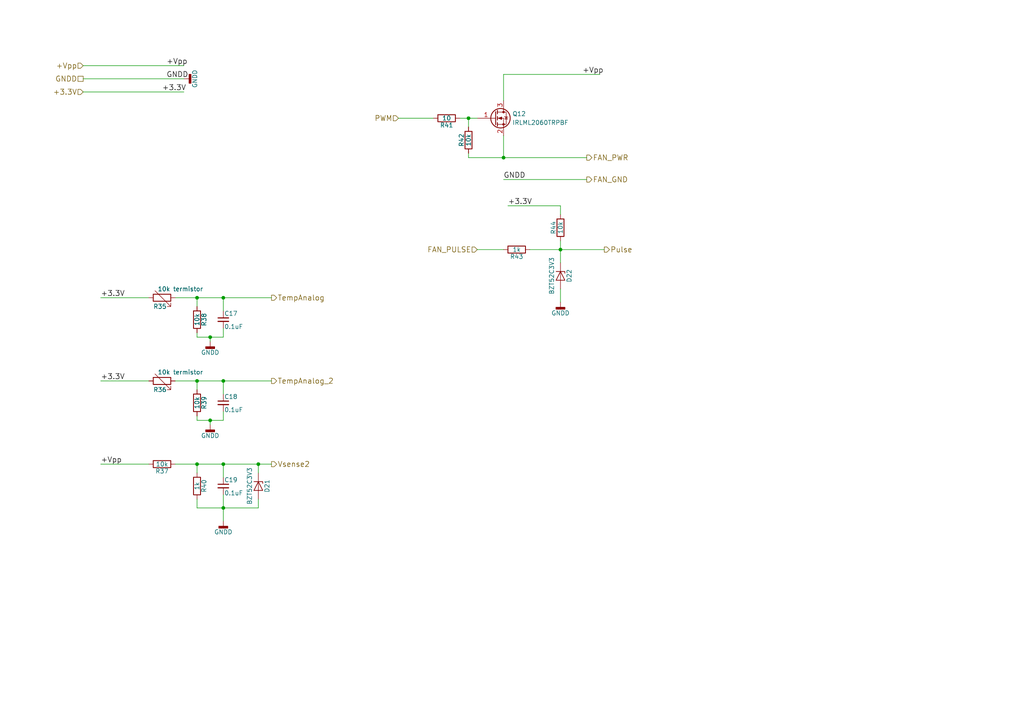
<source format=kicad_sch>
(kicad_sch (version 20211123) (generator eeschema)
  (paper "A4")
  (lib_symbols
    (symbol "4hbd-base-rescue:C_Small" (pin_numbers hide) (pin_names (offset 0.254) hide)
      (property "Reference" "C" (at 0.254 1.778 0))
      (property "Value" "C_Small" (at 0.254 -2.032 0))
      (symbol "C_Small_0_1"
        (polyline (pts (xy -1.524 -0.508) (xy 1.524 -0.508)) (stroke (width 0.3302)))
        (polyline (pts (xy -1.524 0.508) (xy 1.524 0.508)) (stroke (width 0.3048)))
      )
      (symbol "C_Small_1_1"
        (pin passive line (at 0 2.54 270) (length 2.032) (name "~") (number "1"))
        (pin passive line (at 0 -2.54 90) (length 2.032) (name "~") (number "2"))
      )
    )
    (symbol "4hbd-base-rescue:D_Zener" (pin_numbers hide) (pin_names (offset 1.016) hide)
      (property "Reference" "D" (at 0 2.54 0))
      (property "Value" "D_Zener" (at 0 -2.54 0))
      (symbol "D_Zener_0_1"
        (polyline (pts (xy 1.27 0) (xy -1.27 0)))
        (polyline (pts (xy -1.27 -1.27) (xy -1.27 1.27) (xy -0.762 1.27)) (stroke (width 0.2032)))
        (polyline (pts (xy 1.27 -1.27) (xy 1.27 1.27) (xy -1.27 0) (xy 1.27 -1.27)) (stroke (width 0.2032)))
      )
      (symbol "D_Zener_1_1"
        (pin passive line (at -3.81 0 0) (length 2.54) (name "K") (number "1"))
        (pin passive line (at 3.81 0 180) (length 2.54) (name "A") (number "2"))
      )
    )
    (symbol "4hbd-base-rescue:GNDD" (power) (pin_names (offset 0))
      (property "Value" "GNDD" (at 0 -3.175 0))
      (symbol "GNDD_0_1"
        (rectangle (start -1.27 -1.524) (end 1.27 -2.032) (stroke (width 0.254)) (fill (type outline)))
        (polyline (pts (xy 0 0) (xy 0 -1.524)))
      )
      (symbol "GNDD_1_1"
        (pin power_in line (at 0 0 270) (length 0) hide (name "GNDD") (number "1"))
      )
    )
    (symbol "4hbd-base-rescue:Q_NMOS_GSD" (pin_names (offset 0) hide)
      (property "Reference" "Q" (at 5.08 1.27 0))
      (property "Value" "Q_NMOS_GSD" (at 5.08 -1.27 0))
      (symbol "Q_NMOS_GSD_0_1"
        (polyline (pts (xy 0.0508 0) (xy 0.254 0)))
        (polyline (pts (xy 0.762 -1.778) (xy 2.54 -1.778)))
        (polyline (pts (xy 0.762 -1.27) (xy 0.762 -2.286)) (stroke (width 0.254)))
        (polyline (pts (xy 0.762 0) (xy 2.54 0)))
        (polyline (pts (xy 0.762 0.508) (xy 0.762 -0.508)) (stroke (width 0.254)))
        (polyline (pts (xy 0.762 1.778) (xy 2.54 1.778)))
        (polyline (pts (xy 0.762 2.286) (xy 0.762 1.27)) (stroke (width 0.254)))
        (polyline (pts (xy 2.54 -1.778) (xy 2.54 -2.54)))
        (polyline (pts (xy 2.54 -1.778) (xy 2.54 0)))
        (polyline (pts (xy 2.54 2.54) (xy 2.54 1.778)))
        (polyline (pts (xy 0.254 1.905) (xy 0.254 -1.905) (xy 0.254 -1.905)) (stroke (width 0.254)))
        (polyline (pts (xy 1.016 0) (xy 2.032 0.381) (xy 2.032 -0.381) (xy 1.016 0)) (fill (type outline)))
        (polyline (pts (xy 2.54 -1.778) (xy 3.302 -1.778) (xy 3.302 1.778) (xy 2.54 1.778)))
        (polyline (pts (xy 2.794 0.508) (xy 2.921 0.381) (xy 3.683 0.381) (xy 3.81 0.254)))
        (polyline (pts (xy 3.302 0.381) (xy 2.921 -0.254) (xy 3.683 -0.254) (xy 3.302 0.381)))
        (circle (center 1.651 0) (radius 2.8194) (stroke (width 0.254)))
        (circle (center 2.54 -1.778) (radius 0.2794) (fill (type outline)))
        (circle (center 2.54 1.778) (radius 0.2794) (fill (type outline)))
      )
      (symbol "Q_NMOS_GSD_1_1"
        (pin input line (at -5.08 0 0) (length 5.08) (name "G") (number "1"))
        (pin passive line (at 2.54 -5.08 90) (length 2.54) (name "S") (number "2"))
        (pin passive line (at 2.54 5.08 270) (length 2.54) (name "D") (number "3"))
      )
    )
    (symbol "4hbd-base-rescue:R" (pin_numbers hide) (pin_names (offset 0))
      (property "Reference" "R" (at 2.032 0 90))
      (property "Value" "R" (at 0 0 90))
      (symbol "R_0_1"
        (rectangle (start -1.016 -2.54) (end 1.016 2.54) (stroke (width 0.254)))
      )
      (symbol "R_1_1"
        (pin passive line (at 0 3.81 270) (length 1.27) (name "~") (number "1"))
        (pin passive line (at 0 -3.81 90) (length 1.27) (name "~") (number "2"))
      )
    )
    (symbol "4hbd-base-rescue:R_Variable" (pin_numbers hide) (pin_names (offset 0))
      (property "Reference" "R" (at 2.54 -2.54 90))
      (property "Value" "R_Variable" (at -2.54 -1.27 90))
      (symbol "R_Variable_0_1"
        (rectangle (start -1.016 -2.54) (end 1.016 2.54) (stroke (width 0.254)))
        (polyline (pts (xy 2.54 1.524) (xy 2.54 2.54) (xy 1.524 2.54) (xy 2.54 2.54) (xy -2.032 -2.032)))
      )
      (symbol "R_Variable_1_1"
        (pin passive line (at 0 3.81 270) (length 1.27) (name "~") (number "1"))
        (pin passive line (at 0 -3.81 90) (length 1.27) (name "~") (number "2"))
      )
    )
  )
  (junction (at 64.77 110.49))
  (junction (at 64.77 134.62))
  (junction (at 64.77 86.36))
  (junction (at 162.56 72.39))
  (junction (at 57.15 134.62))
  (junction (at 135.89 34.29))
  (junction (at 146.05 45.72))
  (junction (at 64.77 147.32))
  (junction (at 60.96 97.79))
  (junction (at 74.93 134.62))
  (junction (at 60.96 121.92))
  (junction (at 57.15 86.36))
  (junction (at 57.15 110.49))
  (wire (pts (xy 74.93 134.62) (xy 78.74 134.62)))
  (wire (pts (xy 43.18 86.36) (xy 29.21 86.36)))
  (wire (pts (xy 50.8 86.36) (xy 57.15 86.36)))
  (wire (pts (xy 135.89 34.29) (xy 138.43 34.29)))
  (wire (pts (xy 57.15 144.78) (xy 57.15 147.32)))
  (wire (pts (xy 24.13 19.05) (xy 53.34 19.05)))
  (wire (pts (xy 146.05 21.59) (xy 146.05 29.21)))
  (wire (pts (xy 64.77 147.32) (xy 64.77 151.13)))
  (wire (pts (xy 74.93 137.16) (xy 74.93 134.62)))
  (wire (pts (xy 57.15 86.36) (xy 64.77 86.36)))
  (wire (pts (xy 24.13 26.67) (xy 53.34 26.67)))
  (wire (pts (xy 64.77 147.32) (xy 74.93 147.32)))
  (wire (pts (xy 135.89 45.72) (xy 146.05 45.72)))
  (wire (pts (xy 50.8 134.62) (xy 57.15 134.62)))
  (wire (pts (xy 24.13 22.86) (xy 53.34 22.86)))
  (wire (pts (xy 57.15 110.49) (xy 64.77 110.49)))
  (wire (pts (xy 50.8 110.49) (xy 57.15 110.49)))
  (wire (pts (xy 60.96 99.06) (xy 60.96 97.79)))
  (wire (pts (xy 162.56 62.23) (xy 162.56 59.69)))
  (wire (pts (xy 125.73 34.29) (xy 115.57 34.29)))
  (wire (pts (xy 74.93 147.32) (xy 74.93 144.78)))
  (wire (pts (xy 57.15 86.36) (xy 57.15 88.9)))
  (wire (pts (xy 162.56 59.69) (xy 147.32 59.69)))
  (wire (pts (xy 60.96 121.92) (xy 64.77 121.92)))
  (wire (pts (xy 64.77 97.79) (xy 64.77 95.25)))
  (wire (pts (xy 162.56 69.85) (xy 162.56 72.39)))
  (wire (pts (xy 138.43 72.39) (xy 146.05 72.39)))
  (wire (pts (xy 64.77 143.51) (xy 64.77 147.32)))
  (wire (pts (xy 60.96 123.19) (xy 60.96 121.92)))
  (wire (pts (xy 64.77 134.62) (xy 74.93 134.62)))
  (wire (pts (xy 43.18 110.49) (xy 29.21 110.49)))
  (wire (pts (xy 133.35 34.29) (xy 135.89 34.29)))
  (wire (pts (xy 57.15 134.62) (xy 57.15 137.16)))
  (wire (pts (xy 146.05 45.72) (xy 146.05 39.37)))
  (wire (pts (xy 60.96 97.79) (xy 64.77 97.79)))
  (wire (pts (xy 64.77 138.43) (xy 64.77 134.62)))
  (wire (pts (xy 43.18 134.62) (xy 29.21 134.62)))
  (wire (pts (xy 64.77 90.17) (xy 64.77 86.36)))
  (wire (pts (xy 146.05 21.59) (xy 173.99 21.59)))
  (wire (pts (xy 57.15 121.92) (xy 60.96 121.92)))
  (wire (pts (xy 162.56 72.39) (xy 175.26 72.39)))
  (wire (pts (xy 57.15 134.62) (xy 64.77 134.62)))
  (wire (pts (xy 57.15 110.49) (xy 57.15 113.03)))
  (wire (pts (xy 64.77 110.49) (xy 78.74 110.49)))
  (wire (pts (xy 64.77 114.3) (xy 64.77 110.49)))
  (wire (pts (xy 64.77 86.36) (xy 78.74 86.36)))
  (wire (pts (xy 135.89 36.83) (xy 135.89 34.29)))
  (wire (pts (xy 153.67 72.39) (xy 162.56 72.39)))
  (wire (pts (xy 57.15 120.65) (xy 57.15 121.92)))
  (wire (pts (xy 146.05 45.72) (xy 170.18 45.72)))
  (wire (pts (xy 162.56 87.63) (xy 162.56 83.82)))
  (wire (pts (xy 57.15 147.32) (xy 64.77 147.32)))
  (wire (pts (xy 64.77 121.92) (xy 64.77 119.38)))
  (wire (pts (xy 135.89 44.45) (xy 135.89 45.72)))
  (wire (pts (xy 162.56 72.39) (xy 162.56 76.2)))
  (wire (pts (xy 57.15 97.79) (xy 60.96 97.79)))
  (wire (pts (xy 57.15 96.52) (xy 57.15 97.79)))
  (wire (pts (xy 170.18 52.07) (xy 146.05 52.07)))
  (label "+3.3V" (at 46.99 26.67 0) (effects (font (size 1.524 1.524))))
  (label "+Vpp" (at 168.91 21.59 0) (effects (font (size 1.524 1.524))))
  (label "+3.3V" (at 147.32 59.69 0) (effects (font (size 1.524 1.524))))
  (label "+3.3V" (at 29.21 110.49 0) (effects (font (size 1.524 1.524))))
  (label "+Vpp" (at 48.26 19.05 0) (effects (font (size 1.524 1.524))))
  (label "+3.3V" (at 29.21 86.36 0) (effects (font (size 1.524 1.524))))
  (label "+Vpp" (at 29.21 134.62 0) (effects (font (size 1.524 1.524))))
  (label "GNDD" (at 146.05 52.07 0) (effects (font (size 1.524 1.524))))
  (label "GNDD" (at 48.26 22.86 0) (effects (font (size 1.524 1.524))))
  (hierarchical_label "FAN_PWR" (shape output) (at 170.18 45.72 0) (effects (font (size 1.524 1.524))))
  (hierarchical_label "Vsense2" (shape output) (at 78.74 134.62 0) (effects (font (size 1.524 1.524))))
  (hierarchical_label "+3.3V" (shape input) (at 24.13 26.67 180) (effects (font (size 1.524 1.524))))
  (hierarchical_label "+Vpp" (shape input) (at 24.13 19.05 180) (effects (font (size 1.524 1.524))))
  (hierarchical_label "GNDD" (shape passive) (at 24.13 22.86 180) (effects (font (size 1.524 1.524))))
  (hierarchical_label "FAN_PULSE" (shape input) (at 138.43 72.39 180) (effects (font (size 1.524 1.524))))
  (hierarchical_label "TempAnalog" (shape output) (at 78.74 86.36 0) (effects (font (size 1.524 1.524))))
  (hierarchical_label "FAN_GND" (shape output) (at 170.18 52.07 0) (effects (font (size 1.524 1.524))))
  (hierarchical_label "Pulse" (shape output) (at 175.26 72.39 0) (effects (font (size 1.524 1.524))))
  (hierarchical_label "TempAnalog_2" (shape output) (at 78.74 110.49 0) (effects (font (size 1.524 1.524))))
  (hierarchical_label "PWM" (shape input) (at 115.57 34.29 180) (effects (font (size 1.524 1.524))))
  (symbol (lib_id "4hbd-base-rescue:Q_NMOS_GSD") (at 143.51 34.29 0) (unit 1)
    (property "Reference" "Q12" (at 148.59 33.02 0) (effects (justify left)))
    (property "Value" "IRLML2060TRPBF" (at 148.59 35.56 0) (effects (justify left)))
    (property "Footprint" "Package_TO_SOT_SMD:SOT-23" (effects hide))
  )
  (symbol (lib_id "4hbd-base-rescue:R") (at 57.15 92.71 0) (unit 1)
    (property "Reference" "R38" (at 59.182 92.71 90))
    (property "Value" "10k" (at 57.15 92.71 90))
    (property "Footprint" "Resistor_SMD:R_0603_1608Metric" (effects hide))
  )
  (symbol (lib_id "4hbd-base-rescue:GNDD") (at 53.34 22.86 90) (unit 1)
    (property "Reference" "#PWR014" (effects hide))
    (property "Value" "GNDD" (at 56.515 22.86 0))
  )
  (symbol (lib_id "4hbd-base-rescue:GNDD") (at 60.96 99.06 0) (unit 1)
    (property "Reference" "#PWR015" (effects hide))
    (property "Value" "GNDD" (at 60.96 102.235 0))
  )
  (symbol (lib_id "4hbd-base-rescue:R") (at 46.99 134.62 270) (unit 1)
    (property "Reference" "R37" (at 46.99 136.652 90))
    (property "Value" "10k" (at 46.99 134.62 90))
    (property "Footprint" "Resistor_SMD:R_0603_1608Metric" (effects hide))
  )
  (symbol (lib_id "4hbd-base-rescue:R") (at 57.15 140.97 0) (unit 1)
    (property "Reference" "R40" (at 59.182 140.97 90))
    (property "Value" "1k" (at 57.15 140.97 90))
    (property "Footprint" "Resistor_SMD:R_0603_1608Metric" (effects hide))
  )
  (symbol (lib_id "4hbd-base-rescue:GNDD") (at 64.77 151.13 0) (unit 1)
    (property "Reference" "#PWR016" (effects hide))
    (property "Value" "GNDD" (at 64.77 154.305 0))
  )
  (symbol (lib_id "4hbd-base-rescue:R") (at 149.86 72.39 270) (unit 1)
    (property "Reference" "R43" (at 149.86 74.422 90))
    (property "Value" "1k" (at 149.86 72.39 90))
    (property "Footprint" "Resistor_SMD:R_0603_1608Metric" (effects hide))
  )
  (symbol (lib_id "4hbd-base-rescue:R") (at 57.15 116.84 0) (unit 1)
    (property "Reference" "R39" (at 59.182 116.84 90))
    (property "Value" "10k" (at 57.15 116.84 90))
    (property "Footprint" "Resistor_SMD:R_0603_1608Metric" (effects hide))
  )
  (symbol (lib_id "4hbd-base-rescue:GNDD") (at 60.96 123.19 0) (unit 1)
    (property "Reference" "#PWR017" (effects hide))
    (property "Value" "GNDD" (at 60.96 126.365 0))
  )
  (symbol (lib_id "4hbd-base-rescue:R") (at 129.54 34.29 270) (unit 1)
    (property "Reference" "R41" (at 129.54 36.322 90))
    (property "Value" "10" (at 129.54 34.29 90))
    (property "Footprint" "Resistor_SMD:R_0603_1608Metric" (effects hide))
  )
  (symbol (lib_id "4hbd-base-rescue:R") (at 135.89 40.64 180) (unit 1)
    (property "Reference" "R42" (at 133.858 40.64 90))
    (property "Value" "10k" (at 135.89 40.64 90))
    (property "Footprint" "Resistor_SMD:R_0603_1608Metric" (effects hide))
  )
  (symbol (lib_id "4hbd-base-rescue:R") (at 162.56 66.04 180) (unit 1)
    (property "Reference" "R44" (at 160.528 66.04 90))
    (property "Value" "10k" (at 162.56 66.04 90))
    (property "Footprint" "Resistor_SMD:R_0603_1608Metric" (effects hide))
  )
  (symbol (lib_id "4hbd-base-rescue:D_Zener") (at 162.56 80.01 270) (unit 1)
    (property "Reference" "D22" (at 165.1 80.01 0))
    (property "Value" "BZT52C3V3" (at 160.02 80.01 0))
    (property "Footprint" "Diode_SMD:D_SOD-123" (effects hide))
  )
  (symbol (lib_id "4hbd-base-rescue:GNDD") (at 162.56 87.63 0) (unit 1)
    (property "Reference" "#PWR018" (effects hide))
    (property "Value" "GNDD" (at 162.56 90.805 0))
  )
  (symbol (lib_id "4hbd-base-rescue:R_Variable") (at 46.99 86.36 270) (unit 1)
    (property "Reference" "R35" (at 44.45 88.9 90) (effects (justify left)))
    (property "Value" "10k termistor" (at 45.72 83.82 90) (effects (justify left)))
    (property "Footprint" "Resistor_SMD:R_0805_2012Metric" (effects hide))
  )
  (symbol (lib_id "4hbd-base-rescue:R_Variable") (at 46.99 110.49 270) (unit 1)
    (property "Reference" "R36" (at 44.45 113.03 90) (effects (justify left)))
    (property "Value" "10k termistor" (at 45.72 107.95 90) (effects (justify left)))
    (property "Footprint" "Resistor_SMD:R_0805_2012Metric" (effects hide))
  )
  (symbol (lib_id "4hbd-base-rescue:C_Small") (at 64.77 92.71 0) (unit 1)
    (property "Reference" "C17" (at 65.024 90.932 0) (effects (justify left)))
    (property "Value" "0.1uF" (at 65.024 94.742 0) (effects (justify left)))
    (property "Footprint" "Capacitor_SMD:C_0805_2012Metric" (effects hide))
  )
  (symbol (lib_id "4hbd-base-rescue:C_Small") (at 64.77 116.84 0) (unit 1)
    (property "Reference" "C18" (at 65.024 115.062 0) (effects (justify left)))
    (property "Value" "0.1uF" (at 65.024 118.872 0) (effects (justify left)))
    (property "Footprint" "Capacitor_SMD:C_0805_2012Metric" (effects hide))
  )
  (symbol (lib_id "4hbd-base-rescue:D_Zener") (at 74.93 140.97 270) (unit 1)
    (property "Reference" "D21" (at 77.47 140.97 0))
    (property "Value" "BZT52C3V3" (at 72.39 140.97 0))
    (property "Footprint" "Diode_SMD:D_SOD-123" (effects hide))
  )
  (symbol (lib_id "4hbd-base-rescue:C_Small") (at 64.77 140.97 0) (unit 1)
    (property "Reference" "C19" (at 65.024 139.192 0) (effects (justify left)))
    (property "Value" "0.1uF" (at 65.024 143.002 0) (effects (justify left)))
    (property "Footprint" "Capacitor_SMD:C_0805_2012Metric" (effects hide))
  )
)
</source>
